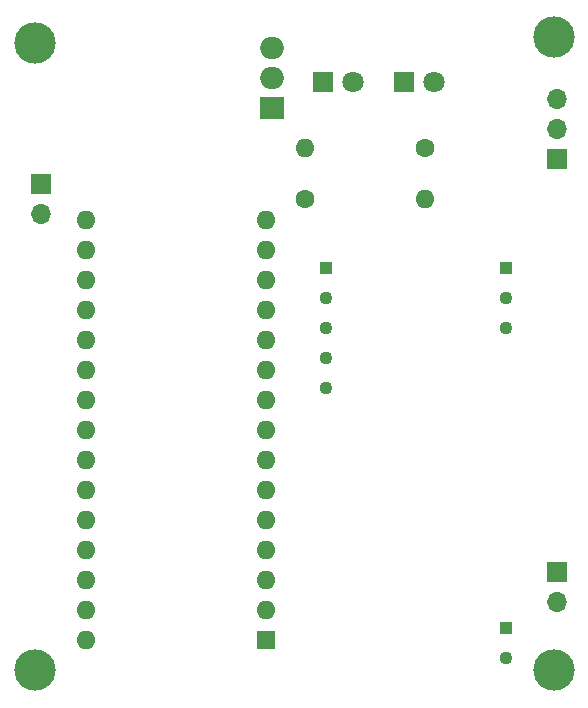
<source format=gbr>
%TF.GenerationSoftware,KiCad,Pcbnew,7.0.5*%
%TF.CreationDate,2024-02-22T14:35:59-05:00*%
%TF.ProjectId,ControlAcceso,436f6e74-726f-46c4-9163-6365736f2e6b,rev?*%
%TF.SameCoordinates,Original*%
%TF.FileFunction,Copper,L1,Top*%
%TF.FilePolarity,Positive*%
%FSLAX46Y46*%
G04 Gerber Fmt 4.6, Leading zero omitted, Abs format (unit mm)*
G04 Created by KiCad (PCBNEW 7.0.5) date 2024-02-22 14:35:59*
%MOMM*%
%LPD*%
G01*
G04 APERTURE LIST*
%TA.AperFunction,ComponentPad*%
%ADD10R,1.700000X1.700000*%
%TD*%
%TA.AperFunction,ComponentPad*%
%ADD11O,1.700000X1.700000*%
%TD*%
%TA.AperFunction,ComponentPad*%
%ADD12R,1.800000X1.800000*%
%TD*%
%TA.AperFunction,ComponentPad*%
%ADD13C,1.800000*%
%TD*%
%TA.AperFunction,ComponentPad*%
%ADD14C,3.500000*%
%TD*%
%TA.AperFunction,ComponentPad*%
%ADD15R,1.600000X1.600000*%
%TD*%
%TA.AperFunction,ComponentPad*%
%ADD16O,1.600000X1.600000*%
%TD*%
%TA.AperFunction,ComponentPad*%
%ADD17C,1.108000*%
%TD*%
%TA.AperFunction,ComponentPad*%
%ADD18R,1.108000X1.108000*%
%TD*%
%TA.AperFunction,ComponentPad*%
%ADD19C,1.600000*%
%TD*%
%TA.AperFunction,ComponentPad*%
%ADD20R,2.000000X1.905000*%
%TD*%
%TA.AperFunction,ComponentPad*%
%ADD21O,2.000000X1.905000*%
%TD*%
G04 APERTURE END LIST*
D10*
%TO.P,ANT1,1,Pin_1*%
%TO.N,Net-(ANT1-Pin_1)*%
X242125000Y-84100000D03*
D11*
%TO.P,ANT1,2,Pin_2*%
%TO.N,Net-(ANT1-Pin_2)*%
X242125000Y-86640000D03*
%TD*%
D12*
%TO.P,D2,1,K*%
%TO.N,GND*%
X222310000Y-42660000D03*
D13*
%TO.P,D2,2,A*%
%TO.N,Net-(D2-A)*%
X224850000Y-42660000D03*
%TD*%
D14*
%TO.P,,1*%
%TO.N,N/C*%
X197866000Y-92456000D03*
%TD*%
D12*
%TO.P,D1,1,K*%
%TO.N,GND*%
X229108000Y-42672000D03*
D13*
%TO.P,D1,2,A*%
%TO.N,Net-(D1-A)*%
X231648000Y-42672000D03*
%TD*%
D14*
%TO.P,,1*%
%TO.N,N/C*%
X197866000Y-39370000D03*
%TD*%
D15*
%TO.P,A1,1,D1/TX*%
%TO.N,unconnected-(A1-D1{slash}TX-Pad1)*%
X217424000Y-89916000D03*
D16*
%TO.P,A1,2,D0/RX*%
%TO.N,unconnected-(A1-D0{slash}RX-Pad2)*%
X217424000Y-87376000D03*
%TO.P,A1,3,~{RESET}*%
%TO.N,unconnected-(A1-~{RESET}-Pad3)*%
X217424000Y-84836000D03*
%TO.P,A1,4,GND*%
%TO.N,GND*%
X217424000Y-82296000D03*
%TO.P,A1,5,D2*%
%TO.N,unconnected-(A1-D2-Pad5)*%
X217424000Y-79756000D03*
%TO.P,A1,6,D3*%
%TO.N,unconnected-(A1-D3-Pad6)*%
X217424000Y-77216000D03*
%TO.P,A1,7,D4*%
%TO.N,OUT*%
X217424000Y-74676000D03*
%TO.P,A1,8,D5*%
%TO.N,unconnected-(A1-D5-Pad8)*%
X217424000Y-72136000D03*
%TO.P,A1,9,D6*%
%TO.N,unconnected-(A1-D6-Pad9)*%
X217424000Y-69596000D03*
%TO.P,A1,10,D7*%
%TO.N,unconnected-(A1-D7-Pad10)*%
X217424000Y-67056000D03*
%TO.P,A1,11,D8*%
%TO.N,unconnected-(A1-D8-Pad11)*%
X217424000Y-64516000D03*
%TO.P,A1,12,D9*%
%TO.N,unconnected-(A1-D9-Pad12)*%
X217424000Y-61976000D03*
%TO.P,A1,13,D10*%
%TO.N,TX-SERIAL*%
X217424000Y-59436000D03*
%TO.P,A1,14,D11*%
%TO.N,RX-SERIAL*%
X217424000Y-56896000D03*
%TO.P,A1,15,D12*%
%TO.N,LED-ON*%
X217424000Y-54356000D03*
%TO.P,A1,16,D13*%
%TO.N,LED-OFF*%
X202184000Y-54356000D03*
%TO.P,A1,17,3V3*%
%TO.N,3V3*%
X202184000Y-56896000D03*
%TO.P,A1,18,AREF*%
%TO.N,unconnected-(A1-AREF-Pad18)*%
X202184000Y-59436000D03*
%TO.P,A1,19,A0*%
%TO.N,unconnected-(A1-A0-Pad19)*%
X202184000Y-61976000D03*
%TO.P,A1,20,A1*%
%TO.N,unconnected-(A1-A1-Pad20)*%
X202184000Y-64516000D03*
%TO.P,A1,21,A2*%
%TO.N,unconnected-(A1-A2-Pad21)*%
X202184000Y-67056000D03*
%TO.P,A1,22,A3*%
%TO.N,unconnected-(A1-A3-Pad22)*%
X202184000Y-69596000D03*
%TO.P,A1,23,A4*%
%TO.N,unconnected-(A1-A4-Pad23)*%
X202184000Y-72136000D03*
%TO.P,A1,24,A5*%
%TO.N,unconnected-(A1-A5-Pad24)*%
X202184000Y-74676000D03*
%TO.P,A1,25,A6*%
%TO.N,unconnected-(A1-A6-Pad25)*%
X202184000Y-77216000D03*
%TO.P,A1,26,A7*%
%TO.N,unconnected-(A1-A7-Pad26)*%
X202184000Y-79756000D03*
%TO.P,A1,27,+5V*%
%TO.N,+5V*%
X202184000Y-82296000D03*
%TO.P,A1,28,~{RESET}*%
%TO.N,unconnected-(A1-~{RESET}-Pad28)*%
X202184000Y-84836000D03*
%TO.P,A1,29,GND*%
%TO.N,GND*%
X202184000Y-87376000D03*
%TO.P,A1,30,VIN*%
%TO.N,VIN*%
X202184000Y-89916000D03*
%TD*%
D17*
%TO.P,RDM1,ANT1,ANT1*%
%TO.N,Net-(ANT1-Pin_2)*%
X237744000Y-91397500D03*
D18*
%TO.P,RDM1,ANT2,ANT2*%
%TO.N,Net-(ANT1-Pin_1)*%
X237744000Y-88857500D03*
D17*
%TO.P,RDM1,D0,D0*%
%TO.N,unconnected-(RDM1-PadD0)*%
X222504000Y-63457500D03*
%TO.P,RDM1,GND,GND*%
%TO.N,GND*%
X222504000Y-65997500D03*
%TO.P,RDM1,GND1,GND1*%
%TO.N,unconnected-(RDM1-PadGND1)*%
X237744000Y-63457500D03*
D18*
%TO.P,RDM1,LED,LED*%
%TO.N,unconnected-(RDM1-PadLED)*%
X237744000Y-58377500D03*
D17*
%TO.P,RDM1,RX,RX*%
%TO.N,TX-SERIAL*%
X222504000Y-60917500D03*
D18*
%TO.P,RDM1,TX,TX*%
%TO.N,RX-SERIAL*%
X222504000Y-58377500D03*
D17*
%TO.P,RDM1,VCC,VCC*%
%TO.N,+5V*%
X222504000Y-68537500D03*
%TO.P,RDM1,VCC1,VCC1*%
%TO.N,unconnected-(RDM1-PadVCC1)*%
X237744000Y-60917500D03*
%TD*%
D19*
%TO.P,R1,1*%
%TO.N,Net-(D2-A)*%
X230886000Y-48260000D03*
D16*
%TO.P,R1,2*%
%TO.N,LED-OFF*%
X220726000Y-48260000D03*
%TD*%
D20*
%TO.P,U1,1,VI*%
%TO.N,Net-(DC-9V1-Pin_1)*%
X217932000Y-44830000D03*
D21*
%TO.P,U1,2,GND*%
%TO.N,GND*%
X217932000Y-42290000D03*
%TO.P,U1,3,VO*%
%TO.N,VIN*%
X217932000Y-39750000D03*
%TD*%
D10*
%TO.P,Salida1,1,Pin_1*%
%TO.N,+5V*%
X242125000Y-49125000D03*
D11*
%TO.P,Salida1,2,Pin_2*%
%TO.N,OUT*%
X242125000Y-46585000D03*
%TO.P,Salida1,3,Pin_3*%
%TO.N,GND*%
X242125000Y-44045000D03*
%TD*%
D19*
%TO.P,R2,1*%
%TO.N,LED-ON*%
X220726000Y-52578000D03*
D16*
%TO.P,R2,2*%
%TO.N,Net-(D1-A)*%
X230886000Y-52578000D03*
%TD*%
D10*
%TO.P,DC-9V1,1,Pin_1*%
%TO.N,Net-(DC-9V1-Pin_1)*%
X198370000Y-51303000D03*
D11*
%TO.P,DC-9V1,2,Pin_2*%
%TO.N,GND*%
X198370000Y-53843000D03*
%TD*%
D14*
%TO.P,,1*%
%TO.N,N/C*%
X241808000Y-38862000D03*
%TD*%
%TO.P,,1*%
%TO.N,N/C*%
X241808000Y-92456000D03*
%TD*%
M02*

</source>
